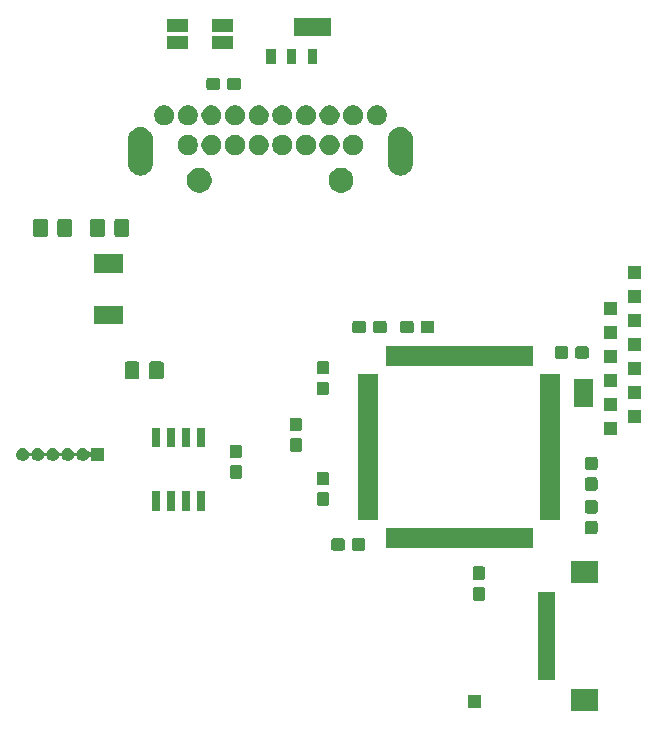
<source format=gts>
G04 #@! TF.GenerationSoftware,KiCad,Pcbnew,(5.0.1)-4*
G04 #@! TF.CreationDate,2019-04-22T09:15:48+02:00*
G04 #@! TF.ProjectId,wiihdmi_wmi,77696968646D695F776D692E6B696361,rev?*
G04 #@! TF.SameCoordinates,Original*
G04 #@! TF.FileFunction,Soldermask,Top*
G04 #@! TF.FilePolarity,Negative*
%FSLAX46Y46*%
G04 Gerber Fmt 4.6, Leading zero omitted, Abs format (unit mm)*
G04 Created by KiCad (PCBNEW (5.0.1)-4) date 22.04.2019 09:15:48*
%MOMM*%
%LPD*%
G01*
G04 APERTURE LIST*
%ADD10C,0.100000*%
G04 APERTURE END LIST*
D10*
G36*
X107398000Y-109872000D02*
X105096000Y-109872000D01*
X105096000Y-107970000D01*
X107398000Y-107970000D01*
X107398000Y-109872000D01*
X107398000Y-109872000D01*
G37*
G36*
X97452000Y-109644000D02*
X96350000Y-109644000D01*
X96350000Y-108542000D01*
X97452000Y-108542000D01*
X97452000Y-109644000D01*
X97452000Y-109644000D01*
G37*
G36*
X103698000Y-107222000D02*
X102296000Y-107222000D01*
X102296000Y-99820000D01*
X103698000Y-99820000D01*
X103698000Y-107222000D01*
X103698000Y-107222000D01*
G37*
G36*
X97646499Y-99377445D02*
X97683993Y-99388819D01*
X97718557Y-99407294D01*
X97748847Y-99432153D01*
X97773706Y-99462443D01*
X97792181Y-99497007D01*
X97803555Y-99534501D01*
X97808000Y-99579638D01*
X97808000Y-100318362D01*
X97803555Y-100363499D01*
X97792181Y-100400993D01*
X97773706Y-100435557D01*
X97748847Y-100465847D01*
X97718557Y-100490706D01*
X97683993Y-100509181D01*
X97646499Y-100520555D01*
X97601362Y-100525000D01*
X96962638Y-100525000D01*
X96917501Y-100520555D01*
X96880007Y-100509181D01*
X96845443Y-100490706D01*
X96815153Y-100465847D01*
X96790294Y-100435557D01*
X96771819Y-100400993D01*
X96760445Y-100363499D01*
X96756000Y-100318362D01*
X96756000Y-99579638D01*
X96760445Y-99534501D01*
X96771819Y-99497007D01*
X96790294Y-99462443D01*
X96815153Y-99432153D01*
X96845443Y-99407294D01*
X96880007Y-99388819D01*
X96917501Y-99377445D01*
X96962638Y-99373000D01*
X97601362Y-99373000D01*
X97646499Y-99377445D01*
X97646499Y-99377445D01*
G37*
G36*
X107398000Y-99072000D02*
X105096000Y-99072000D01*
X105096000Y-97170000D01*
X107398000Y-97170000D01*
X107398000Y-99072000D01*
X107398000Y-99072000D01*
G37*
G36*
X97646499Y-97627445D02*
X97683993Y-97638819D01*
X97718557Y-97657294D01*
X97748847Y-97682153D01*
X97773706Y-97712443D01*
X97792181Y-97747007D01*
X97803555Y-97784501D01*
X97808000Y-97829638D01*
X97808000Y-98568362D01*
X97803555Y-98613499D01*
X97792181Y-98650993D01*
X97773706Y-98685557D01*
X97748847Y-98715847D01*
X97718557Y-98740706D01*
X97683993Y-98759181D01*
X97646499Y-98770555D01*
X97601362Y-98775000D01*
X96962638Y-98775000D01*
X96917501Y-98770555D01*
X96880007Y-98759181D01*
X96845443Y-98740706D01*
X96815153Y-98715847D01*
X96790294Y-98685557D01*
X96771819Y-98650993D01*
X96760445Y-98613499D01*
X96756000Y-98568362D01*
X96756000Y-97829638D01*
X96760445Y-97784501D01*
X96771819Y-97747007D01*
X96790294Y-97712443D01*
X96815153Y-97682153D01*
X96845443Y-97657294D01*
X96880007Y-97638819D01*
X96917501Y-97627445D01*
X96962638Y-97623000D01*
X97601362Y-97623000D01*
X97646499Y-97627445D01*
X97646499Y-97627445D01*
G37*
G36*
X85772499Y-95236445D02*
X85809993Y-95247819D01*
X85844557Y-95266294D01*
X85874847Y-95291153D01*
X85899706Y-95321443D01*
X85918181Y-95356007D01*
X85929555Y-95393501D01*
X85934000Y-95438638D01*
X85934000Y-96077362D01*
X85929555Y-96122499D01*
X85918181Y-96159993D01*
X85899706Y-96194557D01*
X85874847Y-96224847D01*
X85844557Y-96249706D01*
X85809993Y-96268181D01*
X85772499Y-96279555D01*
X85727362Y-96284000D01*
X84988638Y-96284000D01*
X84943501Y-96279555D01*
X84906007Y-96268181D01*
X84871443Y-96249706D01*
X84841153Y-96224847D01*
X84816294Y-96194557D01*
X84797819Y-96159993D01*
X84786445Y-96122499D01*
X84782000Y-96077362D01*
X84782000Y-95438638D01*
X84786445Y-95393501D01*
X84797819Y-95356007D01*
X84816294Y-95321443D01*
X84841153Y-95291153D01*
X84871443Y-95266294D01*
X84906007Y-95247819D01*
X84943501Y-95236445D01*
X84988638Y-95232000D01*
X85727362Y-95232000D01*
X85772499Y-95236445D01*
X85772499Y-95236445D01*
G37*
G36*
X87522499Y-95236445D02*
X87559993Y-95247819D01*
X87594557Y-95266294D01*
X87624847Y-95291153D01*
X87649706Y-95321443D01*
X87668181Y-95356007D01*
X87679555Y-95393501D01*
X87684000Y-95438638D01*
X87684000Y-96077362D01*
X87679555Y-96122499D01*
X87668181Y-96159993D01*
X87649706Y-96194557D01*
X87624847Y-96224847D01*
X87594557Y-96249706D01*
X87559993Y-96268181D01*
X87522499Y-96279555D01*
X87477362Y-96284000D01*
X86738638Y-96284000D01*
X86693501Y-96279555D01*
X86656007Y-96268181D01*
X86621443Y-96249706D01*
X86591153Y-96224847D01*
X86566294Y-96194557D01*
X86547819Y-96159993D01*
X86536445Y-96122499D01*
X86532000Y-96077362D01*
X86532000Y-95438638D01*
X86536445Y-95393501D01*
X86547819Y-95356007D01*
X86566294Y-95321443D01*
X86591153Y-95291153D01*
X86621443Y-95266294D01*
X86656007Y-95247819D01*
X86693501Y-95236445D01*
X86738638Y-95232000D01*
X87477362Y-95232000D01*
X87522499Y-95236445D01*
X87522499Y-95236445D01*
G37*
G36*
X101831340Y-96051570D02*
X89430660Y-96051570D01*
X89430660Y-94351910D01*
X101831340Y-94351910D01*
X101831340Y-96051570D01*
X101831340Y-96051570D01*
G37*
G36*
X107171499Y-93761445D02*
X107208993Y-93772819D01*
X107243557Y-93791294D01*
X107273847Y-93816153D01*
X107298706Y-93846443D01*
X107317181Y-93881007D01*
X107328555Y-93918501D01*
X107333000Y-93963638D01*
X107333000Y-94702362D01*
X107328555Y-94747499D01*
X107317181Y-94784993D01*
X107298706Y-94819557D01*
X107273847Y-94849847D01*
X107243557Y-94874706D01*
X107208993Y-94893181D01*
X107171499Y-94904555D01*
X107126362Y-94909000D01*
X106487638Y-94909000D01*
X106442501Y-94904555D01*
X106405007Y-94893181D01*
X106370443Y-94874706D01*
X106340153Y-94849847D01*
X106315294Y-94819557D01*
X106296819Y-94784993D01*
X106285445Y-94747499D01*
X106281000Y-94702362D01*
X106281000Y-93963638D01*
X106285445Y-93918501D01*
X106296819Y-93881007D01*
X106315294Y-93846443D01*
X106340153Y-93816153D01*
X106370443Y-93791294D01*
X106405007Y-93772819D01*
X106442501Y-93761445D01*
X106487638Y-93757000D01*
X107126362Y-93757000D01*
X107171499Y-93761445D01*
X107171499Y-93761445D01*
G37*
G36*
X104179570Y-93703340D02*
X102479910Y-93703340D01*
X102479910Y-81302660D01*
X104179570Y-81302660D01*
X104179570Y-93703340D01*
X104179570Y-93703340D01*
G37*
G36*
X88782090Y-93703340D02*
X87082430Y-93703340D01*
X87082430Y-81302660D01*
X88782090Y-81302660D01*
X88782090Y-93703340D01*
X88782090Y-93703340D01*
G37*
G36*
X107171499Y-92011445D02*
X107208993Y-92022819D01*
X107243557Y-92041294D01*
X107273847Y-92066153D01*
X107298706Y-92096443D01*
X107317181Y-92131007D01*
X107328555Y-92168501D01*
X107333000Y-92213638D01*
X107333000Y-92952362D01*
X107328555Y-92997499D01*
X107317181Y-93034993D01*
X107298706Y-93069557D01*
X107273847Y-93099847D01*
X107243557Y-93124706D01*
X107208993Y-93143181D01*
X107171499Y-93154555D01*
X107126362Y-93159000D01*
X106487638Y-93159000D01*
X106442501Y-93154555D01*
X106405007Y-93143181D01*
X106370443Y-93124706D01*
X106340153Y-93099847D01*
X106315294Y-93069557D01*
X106296819Y-93034993D01*
X106285445Y-92997499D01*
X106281000Y-92952362D01*
X106281000Y-92213638D01*
X106285445Y-92168501D01*
X106296819Y-92131007D01*
X106315294Y-92096443D01*
X106340153Y-92066153D01*
X106370443Y-92041294D01*
X106405007Y-92022819D01*
X106442501Y-92011445D01*
X106487638Y-92007000D01*
X107126362Y-92007000D01*
X107171499Y-92011445D01*
X107171499Y-92011445D01*
G37*
G36*
X74138000Y-92934000D02*
X73436000Y-92934000D01*
X73436000Y-91282000D01*
X74138000Y-91282000D01*
X74138000Y-92934000D01*
X74138000Y-92934000D01*
G37*
G36*
X71598000Y-92934000D02*
X70896000Y-92934000D01*
X70896000Y-91282000D01*
X71598000Y-91282000D01*
X71598000Y-92934000D01*
X71598000Y-92934000D01*
G37*
G36*
X70328000Y-92934000D02*
X69626000Y-92934000D01*
X69626000Y-91282000D01*
X70328000Y-91282000D01*
X70328000Y-92934000D01*
X70328000Y-92934000D01*
G37*
G36*
X72868000Y-92934000D02*
X72166000Y-92934000D01*
X72166000Y-91282000D01*
X72868000Y-91282000D01*
X72868000Y-92934000D01*
X72868000Y-92934000D01*
G37*
G36*
X84438499Y-91353445D02*
X84475993Y-91364819D01*
X84510557Y-91383294D01*
X84540847Y-91408153D01*
X84565706Y-91438443D01*
X84584181Y-91473007D01*
X84595555Y-91510501D01*
X84600000Y-91555638D01*
X84600000Y-92294362D01*
X84595555Y-92339499D01*
X84584181Y-92376993D01*
X84565706Y-92411557D01*
X84540847Y-92441847D01*
X84510557Y-92466706D01*
X84475993Y-92485181D01*
X84438499Y-92496555D01*
X84393362Y-92501000D01*
X83754638Y-92501000D01*
X83709501Y-92496555D01*
X83672007Y-92485181D01*
X83637443Y-92466706D01*
X83607153Y-92441847D01*
X83582294Y-92411557D01*
X83563819Y-92376993D01*
X83552445Y-92339499D01*
X83548000Y-92294362D01*
X83548000Y-91555638D01*
X83552445Y-91510501D01*
X83563819Y-91473007D01*
X83582294Y-91438443D01*
X83607153Y-91408153D01*
X83637443Y-91383294D01*
X83672007Y-91364819D01*
X83709501Y-91353445D01*
X83754638Y-91349000D01*
X84393362Y-91349000D01*
X84438499Y-91353445D01*
X84438499Y-91353445D01*
G37*
G36*
X107171499Y-90078445D02*
X107208993Y-90089819D01*
X107243557Y-90108294D01*
X107273847Y-90133153D01*
X107298706Y-90163443D01*
X107317181Y-90198007D01*
X107328555Y-90235501D01*
X107333000Y-90280638D01*
X107333000Y-91019362D01*
X107328555Y-91064499D01*
X107317181Y-91101993D01*
X107298706Y-91136557D01*
X107273847Y-91166847D01*
X107243557Y-91191706D01*
X107208993Y-91210181D01*
X107171499Y-91221555D01*
X107126362Y-91226000D01*
X106487638Y-91226000D01*
X106442501Y-91221555D01*
X106405007Y-91210181D01*
X106370443Y-91191706D01*
X106340153Y-91166847D01*
X106315294Y-91136557D01*
X106296819Y-91101993D01*
X106285445Y-91064499D01*
X106281000Y-91019362D01*
X106281000Y-90280638D01*
X106285445Y-90235501D01*
X106296819Y-90198007D01*
X106315294Y-90163443D01*
X106340153Y-90133153D01*
X106370443Y-90108294D01*
X106405007Y-90089819D01*
X106442501Y-90078445D01*
X106487638Y-90074000D01*
X107126362Y-90074000D01*
X107171499Y-90078445D01*
X107171499Y-90078445D01*
G37*
G36*
X84438499Y-89603445D02*
X84475993Y-89614819D01*
X84510557Y-89633294D01*
X84540847Y-89658153D01*
X84565706Y-89688443D01*
X84584181Y-89723007D01*
X84595555Y-89760501D01*
X84600000Y-89805638D01*
X84600000Y-90544362D01*
X84595555Y-90589499D01*
X84584181Y-90626993D01*
X84565706Y-90661557D01*
X84540847Y-90691847D01*
X84510557Y-90716706D01*
X84475993Y-90735181D01*
X84438499Y-90746555D01*
X84393362Y-90751000D01*
X83754638Y-90751000D01*
X83709501Y-90746555D01*
X83672007Y-90735181D01*
X83637443Y-90716706D01*
X83607153Y-90691847D01*
X83582294Y-90661557D01*
X83563819Y-90626993D01*
X83552445Y-90589499D01*
X83548000Y-90544362D01*
X83548000Y-89805638D01*
X83552445Y-89760501D01*
X83563819Y-89723007D01*
X83582294Y-89688443D01*
X83607153Y-89658153D01*
X83637443Y-89633294D01*
X83672007Y-89614819D01*
X83709501Y-89603445D01*
X83754638Y-89599000D01*
X84393362Y-89599000D01*
X84438499Y-89603445D01*
X84438499Y-89603445D01*
G37*
G36*
X77072499Y-89062445D02*
X77109993Y-89073819D01*
X77144557Y-89092294D01*
X77174847Y-89117153D01*
X77199706Y-89147443D01*
X77218181Y-89182007D01*
X77229555Y-89219501D01*
X77234000Y-89264638D01*
X77234000Y-90003362D01*
X77229555Y-90048499D01*
X77218181Y-90085993D01*
X77199706Y-90120557D01*
X77174847Y-90150847D01*
X77144557Y-90175706D01*
X77109993Y-90194181D01*
X77072499Y-90205555D01*
X77027362Y-90210000D01*
X76388638Y-90210000D01*
X76343501Y-90205555D01*
X76306007Y-90194181D01*
X76271443Y-90175706D01*
X76241153Y-90150847D01*
X76216294Y-90120557D01*
X76197819Y-90085993D01*
X76186445Y-90048499D01*
X76182000Y-90003362D01*
X76182000Y-89264638D01*
X76186445Y-89219501D01*
X76197819Y-89182007D01*
X76216294Y-89147443D01*
X76241153Y-89117153D01*
X76271443Y-89092294D01*
X76306007Y-89073819D01*
X76343501Y-89062445D01*
X76388638Y-89058000D01*
X77027362Y-89058000D01*
X77072499Y-89062445D01*
X77072499Y-89062445D01*
G37*
G36*
X107171499Y-88328445D02*
X107208993Y-88339819D01*
X107243557Y-88358294D01*
X107273847Y-88383153D01*
X107298706Y-88413443D01*
X107317181Y-88448007D01*
X107328555Y-88485501D01*
X107333000Y-88530638D01*
X107333000Y-89269362D01*
X107328555Y-89314499D01*
X107317181Y-89351993D01*
X107298706Y-89386557D01*
X107273847Y-89416847D01*
X107243557Y-89441706D01*
X107208993Y-89460181D01*
X107171499Y-89471555D01*
X107126362Y-89476000D01*
X106487638Y-89476000D01*
X106442501Y-89471555D01*
X106405007Y-89460181D01*
X106370443Y-89441706D01*
X106340153Y-89416847D01*
X106315294Y-89386557D01*
X106296819Y-89351993D01*
X106285445Y-89314499D01*
X106281000Y-89269362D01*
X106281000Y-88530638D01*
X106285445Y-88485501D01*
X106296819Y-88448007D01*
X106315294Y-88413443D01*
X106340153Y-88383153D01*
X106370443Y-88358294D01*
X106405007Y-88339819D01*
X106442501Y-88328445D01*
X106487638Y-88324000D01*
X107126362Y-88324000D01*
X107171499Y-88328445D01*
X107171499Y-88328445D01*
G37*
G36*
X58782015Y-87594973D02*
X58885879Y-87626479D01*
X58981600Y-87677644D01*
X59065501Y-87746499D01*
X59134356Y-87830400D01*
X59185521Y-87926121D01*
X59189383Y-87938854D01*
X59198760Y-87961493D01*
X59212374Y-87981867D01*
X59229701Y-87999194D01*
X59250076Y-88012808D01*
X59272715Y-88022186D01*
X59296748Y-88026966D01*
X59321252Y-88026966D01*
X59345286Y-88022185D01*
X59367925Y-88012808D01*
X59388299Y-87999194D01*
X59405626Y-87981867D01*
X59419240Y-87961492D01*
X59428617Y-87938854D01*
X59432479Y-87926121D01*
X59483644Y-87830400D01*
X59552499Y-87746499D01*
X59636400Y-87677644D01*
X59732121Y-87626479D01*
X59835985Y-87594973D01*
X59916933Y-87587000D01*
X59971067Y-87587000D01*
X60052015Y-87594973D01*
X60155879Y-87626479D01*
X60251600Y-87677644D01*
X60335501Y-87746499D01*
X60404356Y-87830400D01*
X60455521Y-87926121D01*
X60459383Y-87938854D01*
X60468760Y-87961493D01*
X60482374Y-87981867D01*
X60499701Y-87999194D01*
X60520076Y-88012808D01*
X60542715Y-88022186D01*
X60566748Y-88026966D01*
X60591252Y-88026966D01*
X60615286Y-88022185D01*
X60637925Y-88012808D01*
X60658299Y-87999194D01*
X60675626Y-87981867D01*
X60689240Y-87961492D01*
X60698617Y-87938854D01*
X60702479Y-87926121D01*
X60753644Y-87830400D01*
X60822499Y-87746499D01*
X60906400Y-87677644D01*
X61002121Y-87626479D01*
X61105985Y-87594973D01*
X61186933Y-87587000D01*
X61241067Y-87587000D01*
X61322015Y-87594973D01*
X61425879Y-87626479D01*
X61521600Y-87677644D01*
X61605501Y-87746499D01*
X61674356Y-87830400D01*
X61725521Y-87926121D01*
X61729383Y-87938854D01*
X61738760Y-87961493D01*
X61752374Y-87981867D01*
X61769701Y-87999194D01*
X61790076Y-88012808D01*
X61812715Y-88022186D01*
X61836748Y-88026966D01*
X61861252Y-88026966D01*
X61885286Y-88022185D01*
X61907925Y-88012808D01*
X61928299Y-87999194D01*
X61945626Y-87981867D01*
X61959240Y-87961492D01*
X61968617Y-87938854D01*
X61972479Y-87926121D01*
X62023644Y-87830400D01*
X62092499Y-87746499D01*
X62176400Y-87677644D01*
X62272121Y-87626479D01*
X62375985Y-87594973D01*
X62456933Y-87587000D01*
X62511067Y-87587000D01*
X62592015Y-87594973D01*
X62695879Y-87626479D01*
X62791600Y-87677644D01*
X62875501Y-87746499D01*
X62944356Y-87830400D01*
X62995521Y-87926121D01*
X62999383Y-87938854D01*
X63008760Y-87961493D01*
X63022374Y-87981867D01*
X63039701Y-87999194D01*
X63060076Y-88012808D01*
X63082715Y-88022186D01*
X63106748Y-88026966D01*
X63131252Y-88026966D01*
X63155286Y-88022185D01*
X63177925Y-88012808D01*
X63198299Y-87999194D01*
X63215626Y-87981867D01*
X63229240Y-87961492D01*
X63238617Y-87938854D01*
X63242479Y-87926121D01*
X63293644Y-87830400D01*
X63362499Y-87746499D01*
X63446400Y-87677644D01*
X63542121Y-87626479D01*
X63645985Y-87594973D01*
X63726933Y-87587000D01*
X63781067Y-87587000D01*
X63862015Y-87594973D01*
X63965879Y-87626479D01*
X64061600Y-87677644D01*
X64145501Y-87746499D01*
X64214356Y-87830400D01*
X64237766Y-87874195D01*
X64251374Y-87894561D01*
X64268701Y-87911889D01*
X64289076Y-87925502D01*
X64311715Y-87934880D01*
X64335748Y-87939660D01*
X64360252Y-87939660D01*
X64384286Y-87934879D01*
X64406925Y-87925502D01*
X64427299Y-87911888D01*
X64444627Y-87894561D01*
X64458240Y-87874186D01*
X64467618Y-87851547D01*
X64473000Y-87815262D01*
X64473000Y-87587000D01*
X65575000Y-87587000D01*
X65575000Y-88689000D01*
X64473000Y-88689000D01*
X64473000Y-88460738D01*
X64470598Y-88436352D01*
X64463485Y-88412903D01*
X64451934Y-88391292D01*
X64436388Y-88372350D01*
X64417446Y-88356804D01*
X64395835Y-88345253D01*
X64372386Y-88338140D01*
X64348000Y-88335738D01*
X64323614Y-88338140D01*
X64300165Y-88345253D01*
X64278554Y-88356804D01*
X64259612Y-88372350D01*
X64237764Y-88401808D01*
X64214356Y-88445600D01*
X64145501Y-88529501D01*
X64061600Y-88598356D01*
X63965879Y-88649521D01*
X63862015Y-88681027D01*
X63781067Y-88689000D01*
X63726933Y-88689000D01*
X63645985Y-88681027D01*
X63542121Y-88649521D01*
X63446400Y-88598356D01*
X63362499Y-88529501D01*
X63293644Y-88445600D01*
X63242479Y-88349879D01*
X63238615Y-88337142D01*
X63229240Y-88314507D01*
X63215626Y-88294133D01*
X63198299Y-88276806D01*
X63177924Y-88263192D01*
X63155285Y-88253814D01*
X63131252Y-88249034D01*
X63106748Y-88249034D01*
X63082714Y-88253815D01*
X63060075Y-88263192D01*
X63039701Y-88276806D01*
X63022374Y-88294133D01*
X63008760Y-88314508D01*
X62999385Y-88337142D01*
X62995521Y-88349879D01*
X62944356Y-88445600D01*
X62875501Y-88529501D01*
X62791600Y-88598356D01*
X62695879Y-88649521D01*
X62592015Y-88681027D01*
X62511067Y-88689000D01*
X62456933Y-88689000D01*
X62375985Y-88681027D01*
X62272121Y-88649521D01*
X62176400Y-88598356D01*
X62092499Y-88529501D01*
X62023644Y-88445600D01*
X61972479Y-88349879D01*
X61968615Y-88337142D01*
X61959240Y-88314507D01*
X61945626Y-88294133D01*
X61928299Y-88276806D01*
X61907924Y-88263192D01*
X61885285Y-88253814D01*
X61861252Y-88249034D01*
X61836748Y-88249034D01*
X61812714Y-88253815D01*
X61790075Y-88263192D01*
X61769701Y-88276806D01*
X61752374Y-88294133D01*
X61738760Y-88314508D01*
X61729385Y-88337142D01*
X61725521Y-88349879D01*
X61674356Y-88445600D01*
X61605501Y-88529501D01*
X61521600Y-88598356D01*
X61425879Y-88649521D01*
X61322015Y-88681027D01*
X61241067Y-88689000D01*
X61186933Y-88689000D01*
X61105985Y-88681027D01*
X61002121Y-88649521D01*
X60906400Y-88598356D01*
X60822499Y-88529501D01*
X60753644Y-88445600D01*
X60702479Y-88349879D01*
X60698615Y-88337142D01*
X60689240Y-88314507D01*
X60675626Y-88294133D01*
X60658299Y-88276806D01*
X60637924Y-88263192D01*
X60615285Y-88253814D01*
X60591252Y-88249034D01*
X60566748Y-88249034D01*
X60542714Y-88253815D01*
X60520075Y-88263192D01*
X60499701Y-88276806D01*
X60482374Y-88294133D01*
X60468760Y-88314508D01*
X60459385Y-88337142D01*
X60455521Y-88349879D01*
X60404356Y-88445600D01*
X60335501Y-88529501D01*
X60251600Y-88598356D01*
X60155879Y-88649521D01*
X60052015Y-88681027D01*
X59971067Y-88689000D01*
X59916933Y-88689000D01*
X59835985Y-88681027D01*
X59732121Y-88649521D01*
X59636400Y-88598356D01*
X59552499Y-88529501D01*
X59483644Y-88445600D01*
X59432479Y-88349879D01*
X59428615Y-88337142D01*
X59419240Y-88314507D01*
X59405626Y-88294133D01*
X59388299Y-88276806D01*
X59367924Y-88263192D01*
X59345285Y-88253814D01*
X59321252Y-88249034D01*
X59296748Y-88249034D01*
X59272714Y-88253815D01*
X59250075Y-88263192D01*
X59229701Y-88276806D01*
X59212374Y-88294133D01*
X59198760Y-88314508D01*
X59189385Y-88337142D01*
X59185521Y-88349879D01*
X59134356Y-88445600D01*
X59065501Y-88529501D01*
X58981600Y-88598356D01*
X58885879Y-88649521D01*
X58782015Y-88681027D01*
X58701067Y-88689000D01*
X58646933Y-88689000D01*
X58565985Y-88681027D01*
X58462121Y-88649521D01*
X58366400Y-88598356D01*
X58282499Y-88529501D01*
X58213644Y-88445600D01*
X58162479Y-88349879D01*
X58130973Y-88246015D01*
X58120334Y-88138000D01*
X58130973Y-88029985D01*
X58162479Y-87926121D01*
X58213644Y-87830400D01*
X58282499Y-87746499D01*
X58366400Y-87677644D01*
X58462121Y-87626479D01*
X58565985Y-87594973D01*
X58646933Y-87587000D01*
X58701067Y-87587000D01*
X58782015Y-87594973D01*
X58782015Y-87594973D01*
G37*
G36*
X77072499Y-87312445D02*
X77109993Y-87323819D01*
X77144557Y-87342294D01*
X77174847Y-87367153D01*
X77199706Y-87397443D01*
X77218181Y-87432007D01*
X77229555Y-87469501D01*
X77234000Y-87514638D01*
X77234000Y-88253362D01*
X77229555Y-88298499D01*
X77218181Y-88335993D01*
X77199706Y-88370557D01*
X77174847Y-88400847D01*
X77144557Y-88425706D01*
X77109993Y-88444181D01*
X77072499Y-88455555D01*
X77027362Y-88460000D01*
X76388638Y-88460000D01*
X76343501Y-88455555D01*
X76306007Y-88444181D01*
X76271443Y-88425706D01*
X76241153Y-88400847D01*
X76216294Y-88370557D01*
X76197819Y-88335993D01*
X76186445Y-88298499D01*
X76182000Y-88253362D01*
X76182000Y-87514638D01*
X76186445Y-87469501D01*
X76197819Y-87432007D01*
X76216294Y-87397443D01*
X76241153Y-87367153D01*
X76271443Y-87342294D01*
X76306007Y-87323819D01*
X76343501Y-87312445D01*
X76388638Y-87308000D01*
X77027362Y-87308000D01*
X77072499Y-87312445D01*
X77072499Y-87312445D01*
G37*
G36*
X82152499Y-86776445D02*
X82189993Y-86787819D01*
X82224557Y-86806294D01*
X82254847Y-86831153D01*
X82279706Y-86861443D01*
X82298181Y-86896007D01*
X82309555Y-86933501D01*
X82314000Y-86978638D01*
X82314000Y-87717362D01*
X82309555Y-87762499D01*
X82298181Y-87799993D01*
X82279706Y-87834557D01*
X82254847Y-87864847D01*
X82224557Y-87889706D01*
X82189993Y-87908181D01*
X82152499Y-87919555D01*
X82107362Y-87924000D01*
X81468638Y-87924000D01*
X81423501Y-87919555D01*
X81386007Y-87908181D01*
X81351443Y-87889706D01*
X81321153Y-87864847D01*
X81296294Y-87834557D01*
X81277819Y-87799993D01*
X81266445Y-87762499D01*
X81262000Y-87717362D01*
X81262000Y-86978638D01*
X81266445Y-86933501D01*
X81277819Y-86896007D01*
X81296294Y-86861443D01*
X81321153Y-86831153D01*
X81351443Y-86806294D01*
X81386007Y-86787819D01*
X81423501Y-86776445D01*
X81468638Y-86772000D01*
X82107362Y-86772000D01*
X82152499Y-86776445D01*
X82152499Y-86776445D01*
G37*
G36*
X71598000Y-87534000D02*
X70896000Y-87534000D01*
X70896000Y-85882000D01*
X71598000Y-85882000D01*
X71598000Y-87534000D01*
X71598000Y-87534000D01*
G37*
G36*
X70328000Y-87534000D02*
X69626000Y-87534000D01*
X69626000Y-85882000D01*
X70328000Y-85882000D01*
X70328000Y-87534000D01*
X70328000Y-87534000D01*
G37*
G36*
X72868000Y-87534000D02*
X72166000Y-87534000D01*
X72166000Y-85882000D01*
X72868000Y-85882000D01*
X72868000Y-87534000D01*
X72868000Y-87534000D01*
G37*
G36*
X74138000Y-87534000D02*
X73436000Y-87534000D01*
X73436000Y-85882000D01*
X74138000Y-85882000D01*
X74138000Y-87534000D01*
X74138000Y-87534000D01*
G37*
G36*
X109009000Y-86530000D02*
X107907000Y-86530000D01*
X107907000Y-85428000D01*
X109009000Y-85428000D01*
X109009000Y-86530000D01*
X109009000Y-86530000D01*
G37*
G36*
X82152499Y-85026445D02*
X82189993Y-85037819D01*
X82224557Y-85056294D01*
X82254847Y-85081153D01*
X82279706Y-85111443D01*
X82298181Y-85146007D01*
X82309555Y-85183501D01*
X82314000Y-85228638D01*
X82314000Y-85967362D01*
X82309555Y-86012499D01*
X82298181Y-86049993D01*
X82279706Y-86084557D01*
X82254847Y-86114847D01*
X82224557Y-86139706D01*
X82189993Y-86158181D01*
X82152499Y-86169555D01*
X82107362Y-86174000D01*
X81468638Y-86174000D01*
X81423501Y-86169555D01*
X81386007Y-86158181D01*
X81351443Y-86139706D01*
X81321153Y-86114847D01*
X81296294Y-86084557D01*
X81277819Y-86049993D01*
X81266445Y-86012499D01*
X81262000Y-85967362D01*
X81262000Y-85228638D01*
X81266445Y-85183501D01*
X81277819Y-85146007D01*
X81296294Y-85111443D01*
X81321153Y-85081153D01*
X81351443Y-85056294D01*
X81386007Y-85037819D01*
X81423501Y-85026445D01*
X81468638Y-85022000D01*
X82107362Y-85022000D01*
X82152499Y-85026445D01*
X82152499Y-85026445D01*
G37*
G36*
X111041000Y-85514000D02*
X109939000Y-85514000D01*
X109939000Y-84412000D01*
X111041000Y-84412000D01*
X111041000Y-85514000D01*
X111041000Y-85514000D01*
G37*
G36*
X109009000Y-84498000D02*
X107907000Y-84498000D01*
X107907000Y-83396000D01*
X109009000Y-83396000D01*
X109009000Y-84498000D01*
X109009000Y-84498000D01*
G37*
G36*
X106973000Y-84147000D02*
X105371000Y-84147000D01*
X105371000Y-81745000D01*
X106973000Y-81745000D01*
X106973000Y-84147000D01*
X106973000Y-84147000D01*
G37*
G36*
X111041000Y-83482000D02*
X109939000Y-83482000D01*
X109939000Y-82380000D01*
X111041000Y-82380000D01*
X111041000Y-83482000D01*
X111041000Y-83482000D01*
G37*
G36*
X84438499Y-81978445D02*
X84475993Y-81989819D01*
X84510557Y-82008294D01*
X84540847Y-82033153D01*
X84565706Y-82063443D01*
X84584181Y-82098007D01*
X84595555Y-82135501D01*
X84600000Y-82180638D01*
X84600000Y-82919362D01*
X84595555Y-82964499D01*
X84584181Y-83001993D01*
X84565706Y-83036557D01*
X84540847Y-83066847D01*
X84510557Y-83091706D01*
X84475993Y-83110181D01*
X84438499Y-83121555D01*
X84393362Y-83126000D01*
X83754638Y-83126000D01*
X83709501Y-83121555D01*
X83672007Y-83110181D01*
X83637443Y-83091706D01*
X83607153Y-83066847D01*
X83582294Y-83036557D01*
X83563819Y-83001993D01*
X83552445Y-82964499D01*
X83548000Y-82919362D01*
X83548000Y-82180638D01*
X83552445Y-82135501D01*
X83563819Y-82098007D01*
X83582294Y-82063443D01*
X83607153Y-82033153D01*
X83637443Y-82008294D01*
X83672007Y-81989819D01*
X83709501Y-81978445D01*
X83754638Y-81974000D01*
X84393362Y-81974000D01*
X84438499Y-81978445D01*
X84438499Y-81978445D01*
G37*
G36*
X109009000Y-82466000D02*
X107907000Y-82466000D01*
X107907000Y-81364000D01*
X109009000Y-81364000D01*
X109009000Y-82466000D01*
X109009000Y-82466000D01*
G37*
G36*
X70440677Y-80279465D02*
X70478364Y-80290898D01*
X70513103Y-80309466D01*
X70543548Y-80334452D01*
X70568534Y-80364897D01*
X70587102Y-80399636D01*
X70598535Y-80437323D01*
X70603000Y-80482661D01*
X70603000Y-81569339D01*
X70598535Y-81614677D01*
X70587102Y-81652364D01*
X70568534Y-81687103D01*
X70543548Y-81717548D01*
X70513103Y-81742534D01*
X70478364Y-81761102D01*
X70440677Y-81772535D01*
X70395339Y-81777000D01*
X69558661Y-81777000D01*
X69513323Y-81772535D01*
X69475636Y-81761102D01*
X69440897Y-81742534D01*
X69410452Y-81717548D01*
X69385466Y-81687103D01*
X69366898Y-81652364D01*
X69355465Y-81614677D01*
X69351000Y-81569339D01*
X69351000Y-80482661D01*
X69355465Y-80437323D01*
X69366898Y-80399636D01*
X69385466Y-80364897D01*
X69410452Y-80334452D01*
X69440897Y-80309466D01*
X69475636Y-80290898D01*
X69513323Y-80279465D01*
X69558661Y-80275000D01*
X70395339Y-80275000D01*
X70440677Y-80279465D01*
X70440677Y-80279465D01*
G37*
G36*
X68390677Y-80279465D02*
X68428364Y-80290898D01*
X68463103Y-80309466D01*
X68493548Y-80334452D01*
X68518534Y-80364897D01*
X68537102Y-80399636D01*
X68548535Y-80437323D01*
X68553000Y-80482661D01*
X68553000Y-81569339D01*
X68548535Y-81614677D01*
X68537102Y-81652364D01*
X68518534Y-81687103D01*
X68493548Y-81717548D01*
X68463103Y-81742534D01*
X68428364Y-81761102D01*
X68390677Y-81772535D01*
X68345339Y-81777000D01*
X67508661Y-81777000D01*
X67463323Y-81772535D01*
X67425636Y-81761102D01*
X67390897Y-81742534D01*
X67360452Y-81717548D01*
X67335466Y-81687103D01*
X67316898Y-81652364D01*
X67305465Y-81614677D01*
X67301000Y-81569339D01*
X67301000Y-80482661D01*
X67305465Y-80437323D01*
X67316898Y-80399636D01*
X67335466Y-80364897D01*
X67360452Y-80334452D01*
X67390897Y-80309466D01*
X67425636Y-80290898D01*
X67463323Y-80279465D01*
X67508661Y-80275000D01*
X68345339Y-80275000D01*
X68390677Y-80279465D01*
X68390677Y-80279465D01*
G37*
G36*
X111041000Y-81450000D02*
X109939000Y-81450000D01*
X109939000Y-80348000D01*
X111041000Y-80348000D01*
X111041000Y-81450000D01*
X111041000Y-81450000D01*
G37*
G36*
X84438499Y-80228445D02*
X84475993Y-80239819D01*
X84510557Y-80258294D01*
X84540847Y-80283153D01*
X84565706Y-80313443D01*
X84584181Y-80348007D01*
X84595555Y-80385501D01*
X84600000Y-80430638D01*
X84600000Y-81169362D01*
X84595555Y-81214499D01*
X84584181Y-81251993D01*
X84565706Y-81286557D01*
X84540847Y-81316847D01*
X84510557Y-81341706D01*
X84475993Y-81360181D01*
X84438499Y-81371555D01*
X84393362Y-81376000D01*
X83754638Y-81376000D01*
X83709501Y-81371555D01*
X83672007Y-81360181D01*
X83637443Y-81341706D01*
X83607153Y-81316847D01*
X83582294Y-81286557D01*
X83563819Y-81251993D01*
X83552445Y-81214499D01*
X83548000Y-81169362D01*
X83548000Y-80430638D01*
X83552445Y-80385501D01*
X83563819Y-80348007D01*
X83582294Y-80313443D01*
X83607153Y-80283153D01*
X83637443Y-80258294D01*
X83672007Y-80239819D01*
X83709501Y-80228445D01*
X83754638Y-80224000D01*
X84393362Y-80224000D01*
X84438499Y-80228445D01*
X84438499Y-80228445D01*
G37*
G36*
X101831340Y-80654090D02*
X89430660Y-80654090D01*
X89430660Y-78954430D01*
X101831340Y-78954430D01*
X101831340Y-80654090D01*
X101831340Y-80654090D01*
G37*
G36*
X109009000Y-80434000D02*
X107907000Y-80434000D01*
X107907000Y-79332000D01*
X109009000Y-79332000D01*
X109009000Y-80434000D01*
X109009000Y-80434000D01*
G37*
G36*
X106436499Y-78980445D02*
X106473993Y-78991819D01*
X106508557Y-79010294D01*
X106538847Y-79035153D01*
X106563706Y-79065443D01*
X106582181Y-79100007D01*
X106593555Y-79137501D01*
X106598000Y-79182638D01*
X106598000Y-79821362D01*
X106593555Y-79866499D01*
X106582181Y-79903993D01*
X106563706Y-79938557D01*
X106538847Y-79968847D01*
X106508557Y-79993706D01*
X106473993Y-80012181D01*
X106436499Y-80023555D01*
X106391362Y-80028000D01*
X105652638Y-80028000D01*
X105607501Y-80023555D01*
X105570007Y-80012181D01*
X105535443Y-79993706D01*
X105505153Y-79968847D01*
X105480294Y-79938557D01*
X105461819Y-79903993D01*
X105450445Y-79866499D01*
X105446000Y-79821362D01*
X105446000Y-79182638D01*
X105450445Y-79137501D01*
X105461819Y-79100007D01*
X105480294Y-79065443D01*
X105505153Y-79035153D01*
X105535443Y-79010294D01*
X105570007Y-78991819D01*
X105607501Y-78980445D01*
X105652638Y-78976000D01*
X106391362Y-78976000D01*
X106436499Y-78980445D01*
X106436499Y-78980445D01*
G37*
G36*
X104686499Y-78980445D02*
X104723993Y-78991819D01*
X104758557Y-79010294D01*
X104788847Y-79035153D01*
X104813706Y-79065443D01*
X104832181Y-79100007D01*
X104843555Y-79137501D01*
X104848000Y-79182638D01*
X104848000Y-79821362D01*
X104843555Y-79866499D01*
X104832181Y-79903993D01*
X104813706Y-79938557D01*
X104788847Y-79968847D01*
X104758557Y-79993706D01*
X104723993Y-80012181D01*
X104686499Y-80023555D01*
X104641362Y-80028000D01*
X103902638Y-80028000D01*
X103857501Y-80023555D01*
X103820007Y-80012181D01*
X103785443Y-79993706D01*
X103755153Y-79968847D01*
X103730294Y-79938557D01*
X103711819Y-79903993D01*
X103700445Y-79866499D01*
X103696000Y-79821362D01*
X103696000Y-79182638D01*
X103700445Y-79137501D01*
X103711819Y-79100007D01*
X103730294Y-79065443D01*
X103755153Y-79035153D01*
X103785443Y-79010294D01*
X103820007Y-78991819D01*
X103857501Y-78980445D01*
X103902638Y-78976000D01*
X104641362Y-78976000D01*
X104686499Y-78980445D01*
X104686499Y-78980445D01*
G37*
G36*
X111041000Y-79418000D02*
X109939000Y-79418000D01*
X109939000Y-78316000D01*
X111041000Y-78316000D01*
X111041000Y-79418000D01*
X111041000Y-79418000D01*
G37*
G36*
X109009000Y-78402000D02*
X107907000Y-78402000D01*
X107907000Y-77300000D01*
X109009000Y-77300000D01*
X109009000Y-78402000D01*
X109009000Y-78402000D01*
G37*
G36*
X89314499Y-76821445D02*
X89351993Y-76832819D01*
X89386557Y-76851294D01*
X89416847Y-76876153D01*
X89441706Y-76906443D01*
X89460181Y-76941007D01*
X89471555Y-76978501D01*
X89476000Y-77023638D01*
X89476000Y-77662362D01*
X89471555Y-77707499D01*
X89460181Y-77744993D01*
X89441706Y-77779557D01*
X89416847Y-77809847D01*
X89386557Y-77834706D01*
X89351993Y-77853181D01*
X89314499Y-77864555D01*
X89269362Y-77869000D01*
X88530638Y-77869000D01*
X88485501Y-77864555D01*
X88448007Y-77853181D01*
X88413443Y-77834706D01*
X88383153Y-77809847D01*
X88358294Y-77779557D01*
X88339819Y-77744993D01*
X88328445Y-77707499D01*
X88324000Y-77662362D01*
X88324000Y-77023638D01*
X88328445Y-76978501D01*
X88339819Y-76941007D01*
X88358294Y-76906443D01*
X88383153Y-76876153D01*
X88413443Y-76851294D01*
X88448007Y-76832819D01*
X88485501Y-76821445D01*
X88530638Y-76817000D01*
X89269362Y-76817000D01*
X89314499Y-76821445D01*
X89314499Y-76821445D01*
G37*
G36*
X87564499Y-76821445D02*
X87601993Y-76832819D01*
X87636557Y-76851294D01*
X87666847Y-76876153D01*
X87691706Y-76906443D01*
X87710181Y-76941007D01*
X87721555Y-76978501D01*
X87726000Y-77023638D01*
X87726000Y-77662362D01*
X87721555Y-77707499D01*
X87710181Y-77744993D01*
X87691706Y-77779557D01*
X87666847Y-77809847D01*
X87636557Y-77834706D01*
X87601993Y-77853181D01*
X87564499Y-77864555D01*
X87519362Y-77869000D01*
X86780638Y-77869000D01*
X86735501Y-77864555D01*
X86698007Y-77853181D01*
X86663443Y-77834706D01*
X86633153Y-77809847D01*
X86608294Y-77779557D01*
X86589819Y-77744993D01*
X86578445Y-77707499D01*
X86574000Y-77662362D01*
X86574000Y-77023638D01*
X86578445Y-76978501D01*
X86589819Y-76941007D01*
X86608294Y-76906443D01*
X86633153Y-76876153D01*
X86663443Y-76851294D01*
X86698007Y-76832819D01*
X86735501Y-76821445D01*
X86780638Y-76817000D01*
X87519362Y-76817000D01*
X87564499Y-76821445D01*
X87564499Y-76821445D01*
G37*
G36*
X91600499Y-76821445D02*
X91637993Y-76832819D01*
X91672557Y-76851294D01*
X91702847Y-76876153D01*
X91727706Y-76906443D01*
X91746181Y-76941007D01*
X91757555Y-76978501D01*
X91762000Y-77023638D01*
X91762000Y-77662362D01*
X91757555Y-77707499D01*
X91746181Y-77744993D01*
X91727706Y-77779557D01*
X91702847Y-77809847D01*
X91672557Y-77834706D01*
X91637993Y-77853181D01*
X91600499Y-77864555D01*
X91555362Y-77869000D01*
X90816638Y-77869000D01*
X90771501Y-77864555D01*
X90734007Y-77853181D01*
X90699443Y-77834706D01*
X90669153Y-77809847D01*
X90644294Y-77779557D01*
X90625819Y-77744993D01*
X90614445Y-77707499D01*
X90610000Y-77662362D01*
X90610000Y-77023638D01*
X90614445Y-76978501D01*
X90625819Y-76941007D01*
X90644294Y-76906443D01*
X90669153Y-76876153D01*
X90699443Y-76851294D01*
X90734007Y-76832819D01*
X90771501Y-76821445D01*
X90816638Y-76817000D01*
X91555362Y-76817000D01*
X91600499Y-76821445D01*
X91600499Y-76821445D01*
G37*
G36*
X93350499Y-76821445D02*
X93387993Y-76832819D01*
X93422557Y-76851294D01*
X93452847Y-76876153D01*
X93477706Y-76906443D01*
X93496181Y-76941007D01*
X93507555Y-76978501D01*
X93512000Y-77023638D01*
X93512000Y-77662362D01*
X93507555Y-77707499D01*
X93496181Y-77744993D01*
X93477706Y-77779557D01*
X93452847Y-77809847D01*
X93422557Y-77834706D01*
X93387993Y-77853181D01*
X93350499Y-77864555D01*
X93305362Y-77869000D01*
X92566638Y-77869000D01*
X92521501Y-77864555D01*
X92484007Y-77853181D01*
X92449443Y-77834706D01*
X92419153Y-77809847D01*
X92394294Y-77779557D01*
X92375819Y-77744993D01*
X92364445Y-77707499D01*
X92360000Y-77662362D01*
X92360000Y-77023638D01*
X92364445Y-76978501D01*
X92375819Y-76941007D01*
X92394294Y-76906443D01*
X92419153Y-76876153D01*
X92449443Y-76851294D01*
X92484007Y-76832819D01*
X92521501Y-76821445D01*
X92566638Y-76817000D01*
X93305362Y-76817000D01*
X93350499Y-76821445D01*
X93350499Y-76821445D01*
G37*
G36*
X111041000Y-77386000D02*
X109939000Y-77386000D01*
X109939000Y-76284000D01*
X111041000Y-76284000D01*
X111041000Y-77386000D01*
X111041000Y-77386000D01*
G37*
G36*
X67164000Y-77144000D02*
X64662000Y-77144000D01*
X64662000Y-75592000D01*
X67164000Y-75592000D01*
X67164000Y-77144000D01*
X67164000Y-77144000D01*
G37*
G36*
X109009000Y-76370000D02*
X107907000Y-76370000D01*
X107907000Y-75268000D01*
X109009000Y-75268000D01*
X109009000Y-76370000D01*
X109009000Y-76370000D01*
G37*
G36*
X111041000Y-75354000D02*
X109939000Y-75354000D01*
X109939000Y-74252000D01*
X111041000Y-74252000D01*
X111041000Y-75354000D01*
X111041000Y-75354000D01*
G37*
G36*
X111041000Y-73322000D02*
X109939000Y-73322000D01*
X109939000Y-72220000D01*
X111041000Y-72220000D01*
X111041000Y-73322000D01*
X111041000Y-73322000D01*
G37*
G36*
X67164000Y-72744000D02*
X64662000Y-72744000D01*
X64662000Y-71192000D01*
X67164000Y-71192000D01*
X67164000Y-72744000D01*
X67164000Y-72744000D01*
G37*
G36*
X67519677Y-68214465D02*
X67557364Y-68225898D01*
X67592103Y-68244466D01*
X67622548Y-68269452D01*
X67647534Y-68299897D01*
X67666102Y-68334636D01*
X67677535Y-68372323D01*
X67682000Y-68417661D01*
X67682000Y-69504339D01*
X67677535Y-69549677D01*
X67666102Y-69587364D01*
X67647534Y-69622103D01*
X67622548Y-69652548D01*
X67592103Y-69677534D01*
X67557364Y-69696102D01*
X67519677Y-69707535D01*
X67474339Y-69712000D01*
X66637661Y-69712000D01*
X66592323Y-69707535D01*
X66554636Y-69696102D01*
X66519897Y-69677534D01*
X66489452Y-69652548D01*
X66464466Y-69622103D01*
X66445898Y-69587364D01*
X66434465Y-69549677D01*
X66430000Y-69504339D01*
X66430000Y-68417661D01*
X66434465Y-68372323D01*
X66445898Y-68334636D01*
X66464466Y-68299897D01*
X66489452Y-68269452D01*
X66519897Y-68244466D01*
X66554636Y-68225898D01*
X66592323Y-68214465D01*
X66637661Y-68210000D01*
X67474339Y-68210000D01*
X67519677Y-68214465D01*
X67519677Y-68214465D01*
G37*
G36*
X65469677Y-68214465D02*
X65507364Y-68225898D01*
X65542103Y-68244466D01*
X65572548Y-68269452D01*
X65597534Y-68299897D01*
X65616102Y-68334636D01*
X65627535Y-68372323D01*
X65632000Y-68417661D01*
X65632000Y-69504339D01*
X65627535Y-69549677D01*
X65616102Y-69587364D01*
X65597534Y-69622103D01*
X65572548Y-69652548D01*
X65542103Y-69677534D01*
X65507364Y-69696102D01*
X65469677Y-69707535D01*
X65424339Y-69712000D01*
X64587661Y-69712000D01*
X64542323Y-69707535D01*
X64504636Y-69696102D01*
X64469897Y-69677534D01*
X64439452Y-69652548D01*
X64414466Y-69622103D01*
X64395898Y-69587364D01*
X64384465Y-69549677D01*
X64380000Y-69504339D01*
X64380000Y-68417661D01*
X64384465Y-68372323D01*
X64395898Y-68334636D01*
X64414466Y-68299897D01*
X64439452Y-68269452D01*
X64469897Y-68244466D01*
X64504636Y-68225898D01*
X64542323Y-68214465D01*
X64587661Y-68210000D01*
X65424339Y-68210000D01*
X65469677Y-68214465D01*
X65469677Y-68214465D01*
G37*
G36*
X60643677Y-68214465D02*
X60681364Y-68225898D01*
X60716103Y-68244466D01*
X60746548Y-68269452D01*
X60771534Y-68299897D01*
X60790102Y-68334636D01*
X60801535Y-68372323D01*
X60806000Y-68417661D01*
X60806000Y-69504339D01*
X60801535Y-69549677D01*
X60790102Y-69587364D01*
X60771534Y-69622103D01*
X60746548Y-69652548D01*
X60716103Y-69677534D01*
X60681364Y-69696102D01*
X60643677Y-69707535D01*
X60598339Y-69712000D01*
X59761661Y-69712000D01*
X59716323Y-69707535D01*
X59678636Y-69696102D01*
X59643897Y-69677534D01*
X59613452Y-69652548D01*
X59588466Y-69622103D01*
X59569898Y-69587364D01*
X59558465Y-69549677D01*
X59554000Y-69504339D01*
X59554000Y-68417661D01*
X59558465Y-68372323D01*
X59569898Y-68334636D01*
X59588466Y-68299897D01*
X59613452Y-68269452D01*
X59643897Y-68244466D01*
X59678636Y-68225898D01*
X59716323Y-68214465D01*
X59761661Y-68210000D01*
X60598339Y-68210000D01*
X60643677Y-68214465D01*
X60643677Y-68214465D01*
G37*
G36*
X62693677Y-68214465D02*
X62731364Y-68225898D01*
X62766103Y-68244466D01*
X62796548Y-68269452D01*
X62821534Y-68299897D01*
X62840102Y-68334636D01*
X62851535Y-68372323D01*
X62856000Y-68417661D01*
X62856000Y-69504339D01*
X62851535Y-69549677D01*
X62840102Y-69587364D01*
X62821534Y-69622103D01*
X62796548Y-69652548D01*
X62766103Y-69677534D01*
X62731364Y-69696102D01*
X62693677Y-69707535D01*
X62648339Y-69712000D01*
X61811661Y-69712000D01*
X61766323Y-69707535D01*
X61728636Y-69696102D01*
X61693897Y-69677534D01*
X61663452Y-69652548D01*
X61638466Y-69622103D01*
X61619898Y-69587364D01*
X61608465Y-69549677D01*
X61604000Y-69504339D01*
X61604000Y-68417661D01*
X61608465Y-68372323D01*
X61619898Y-68334636D01*
X61638466Y-68299897D01*
X61663452Y-68269452D01*
X61693897Y-68244466D01*
X61728636Y-68225898D01*
X61766323Y-68214465D01*
X61811661Y-68210000D01*
X62648339Y-68210000D01*
X62693677Y-68214465D01*
X62693677Y-68214465D01*
G37*
G36*
X85926565Y-63925389D02*
X86117834Y-64004615D01*
X86289976Y-64119637D01*
X86436363Y-64266024D01*
X86551385Y-64438166D01*
X86630611Y-64629435D01*
X86671000Y-64832484D01*
X86671000Y-65039516D01*
X86630611Y-65242565D01*
X86551385Y-65433834D01*
X86436363Y-65605976D01*
X86289976Y-65752363D01*
X86117834Y-65867385D01*
X85926565Y-65946611D01*
X85723516Y-65987000D01*
X85516484Y-65987000D01*
X85313435Y-65946611D01*
X85122166Y-65867385D01*
X84950024Y-65752363D01*
X84803637Y-65605976D01*
X84688615Y-65433834D01*
X84609389Y-65242565D01*
X84569000Y-65039516D01*
X84569000Y-64832484D01*
X84609389Y-64629435D01*
X84688615Y-64438166D01*
X84803637Y-64266024D01*
X84950024Y-64119637D01*
X85122166Y-64004615D01*
X85313435Y-63925389D01*
X85516484Y-63885000D01*
X85723516Y-63885000D01*
X85926565Y-63925389D01*
X85926565Y-63925389D01*
G37*
G36*
X73926565Y-63925389D02*
X74117834Y-64004615D01*
X74289976Y-64119637D01*
X74436363Y-64266024D01*
X74551385Y-64438166D01*
X74630611Y-64629435D01*
X74671000Y-64832484D01*
X74671000Y-65039516D01*
X74630611Y-65242565D01*
X74551385Y-65433834D01*
X74436363Y-65605976D01*
X74289976Y-65752363D01*
X74117834Y-65867385D01*
X73926565Y-65946611D01*
X73723516Y-65987000D01*
X73516484Y-65987000D01*
X73313435Y-65946611D01*
X73122166Y-65867385D01*
X72950024Y-65752363D01*
X72803637Y-65605976D01*
X72688615Y-65433834D01*
X72609389Y-65242565D01*
X72569000Y-65039516D01*
X72569000Y-64832484D01*
X72609389Y-64629435D01*
X72688615Y-64438166D01*
X72803637Y-64266024D01*
X72950024Y-64119637D01*
X73122166Y-64004615D01*
X73313435Y-63925389D01*
X73516484Y-63885000D01*
X73723516Y-63885000D01*
X73926565Y-63925389D01*
X73926565Y-63925389D01*
G37*
G36*
X90850031Y-60438207D02*
X91048145Y-60498305D01*
X91230729Y-60595897D01*
X91390765Y-60727235D01*
X91390766Y-60727237D01*
X91390768Y-60727238D01*
X91469568Y-60823257D01*
X91522103Y-60887271D01*
X91619695Y-61069854D01*
X91679793Y-61267968D01*
X91695000Y-61422370D01*
X91695000Y-63525630D01*
X91679793Y-63680032D01*
X91619695Y-63878146D01*
X91619694Y-63878148D01*
X91612959Y-63890749D01*
X91522103Y-64060729D01*
X91390765Y-64220765D01*
X91230729Y-64352103D01*
X91048146Y-64449695D01*
X90850032Y-64509793D01*
X90644000Y-64530085D01*
X90437969Y-64509793D01*
X90239855Y-64449695D01*
X90057272Y-64352103D01*
X89897236Y-64220765D01*
X89765898Y-64060729D01*
X89675042Y-63890749D01*
X89668307Y-63878148D01*
X89668306Y-63878146D01*
X89608208Y-63680032D01*
X89593001Y-63525630D01*
X89593000Y-61422371D01*
X89608207Y-61267969D01*
X89668305Y-61069855D01*
X89765897Y-60887271D01*
X89897235Y-60727235D01*
X89897237Y-60727234D01*
X89897238Y-60727232D01*
X90057269Y-60595899D01*
X90057271Y-60595897D01*
X90239854Y-60498305D01*
X90437968Y-60438207D01*
X90644000Y-60417915D01*
X90850031Y-60438207D01*
X90850031Y-60438207D01*
G37*
G36*
X68850031Y-60438207D02*
X69048145Y-60498305D01*
X69230729Y-60595897D01*
X69390765Y-60727235D01*
X69390766Y-60727237D01*
X69390768Y-60727238D01*
X69469568Y-60823257D01*
X69522103Y-60887271D01*
X69619695Y-61069854D01*
X69679793Y-61267968D01*
X69695000Y-61422370D01*
X69695000Y-63525630D01*
X69679793Y-63680032D01*
X69619695Y-63878146D01*
X69619694Y-63878148D01*
X69612959Y-63890749D01*
X69522103Y-64060729D01*
X69390765Y-64220765D01*
X69230729Y-64352103D01*
X69048146Y-64449695D01*
X68850032Y-64509793D01*
X68644000Y-64530085D01*
X68437969Y-64509793D01*
X68239855Y-64449695D01*
X68057272Y-64352103D01*
X67897236Y-64220765D01*
X67765898Y-64060729D01*
X67675042Y-63890749D01*
X67668307Y-63878148D01*
X67668306Y-63878146D01*
X67608208Y-63680032D01*
X67593001Y-63525630D01*
X67593000Y-61422371D01*
X67608207Y-61267969D01*
X67668305Y-61069855D01*
X67765897Y-60887271D01*
X67897235Y-60727235D01*
X67897237Y-60727234D01*
X67897238Y-60727232D01*
X68057269Y-60595899D01*
X68057271Y-60595897D01*
X68239854Y-60498305D01*
X68437968Y-60438207D01*
X68644000Y-60417915D01*
X68850031Y-60438207D01*
X68850031Y-60438207D01*
G37*
G36*
X82892228Y-61117703D02*
X83047100Y-61181853D01*
X83186481Y-61274985D01*
X83305015Y-61393519D01*
X83398147Y-61532900D01*
X83462297Y-61687772D01*
X83495000Y-61852184D01*
X83495000Y-62019816D01*
X83462297Y-62184228D01*
X83398147Y-62339100D01*
X83305015Y-62478481D01*
X83186481Y-62597015D01*
X83047100Y-62690147D01*
X82892228Y-62754297D01*
X82727816Y-62787000D01*
X82560184Y-62787000D01*
X82395772Y-62754297D01*
X82240900Y-62690147D01*
X82101519Y-62597015D01*
X81982985Y-62478481D01*
X81889853Y-62339100D01*
X81825703Y-62184228D01*
X81793000Y-62019816D01*
X81793000Y-61852184D01*
X81825703Y-61687772D01*
X81889853Y-61532900D01*
X81982985Y-61393519D01*
X82101519Y-61274985D01*
X82240900Y-61181853D01*
X82395772Y-61117703D01*
X82560184Y-61085000D01*
X82727816Y-61085000D01*
X82892228Y-61117703D01*
X82892228Y-61117703D01*
G37*
G36*
X74892228Y-61117703D02*
X75047100Y-61181853D01*
X75186481Y-61274985D01*
X75305015Y-61393519D01*
X75398147Y-61532900D01*
X75462297Y-61687772D01*
X75495000Y-61852184D01*
X75495000Y-62019816D01*
X75462297Y-62184228D01*
X75398147Y-62339100D01*
X75305015Y-62478481D01*
X75186481Y-62597015D01*
X75047100Y-62690147D01*
X74892228Y-62754297D01*
X74727816Y-62787000D01*
X74560184Y-62787000D01*
X74395772Y-62754297D01*
X74240900Y-62690147D01*
X74101519Y-62597015D01*
X73982985Y-62478481D01*
X73889853Y-62339100D01*
X73825703Y-62184228D01*
X73793000Y-62019816D01*
X73793000Y-61852184D01*
X73825703Y-61687772D01*
X73889853Y-61532900D01*
X73982985Y-61393519D01*
X74101519Y-61274985D01*
X74240900Y-61181853D01*
X74395772Y-61117703D01*
X74560184Y-61085000D01*
X74727816Y-61085000D01*
X74892228Y-61117703D01*
X74892228Y-61117703D01*
G37*
G36*
X84892228Y-61117703D02*
X85047100Y-61181853D01*
X85186481Y-61274985D01*
X85305015Y-61393519D01*
X85398147Y-61532900D01*
X85462297Y-61687772D01*
X85495000Y-61852184D01*
X85495000Y-62019816D01*
X85462297Y-62184228D01*
X85398147Y-62339100D01*
X85305015Y-62478481D01*
X85186481Y-62597015D01*
X85047100Y-62690147D01*
X84892228Y-62754297D01*
X84727816Y-62787000D01*
X84560184Y-62787000D01*
X84395772Y-62754297D01*
X84240900Y-62690147D01*
X84101519Y-62597015D01*
X83982985Y-62478481D01*
X83889853Y-62339100D01*
X83825703Y-62184228D01*
X83793000Y-62019816D01*
X83793000Y-61852184D01*
X83825703Y-61687772D01*
X83889853Y-61532900D01*
X83982985Y-61393519D01*
X84101519Y-61274985D01*
X84240900Y-61181853D01*
X84395772Y-61117703D01*
X84560184Y-61085000D01*
X84727816Y-61085000D01*
X84892228Y-61117703D01*
X84892228Y-61117703D01*
G37*
G36*
X86892228Y-61117703D02*
X87047100Y-61181853D01*
X87186481Y-61274985D01*
X87305015Y-61393519D01*
X87398147Y-61532900D01*
X87462297Y-61687772D01*
X87495000Y-61852184D01*
X87495000Y-62019816D01*
X87462297Y-62184228D01*
X87398147Y-62339100D01*
X87305015Y-62478481D01*
X87186481Y-62597015D01*
X87047100Y-62690147D01*
X86892228Y-62754297D01*
X86727816Y-62787000D01*
X86560184Y-62787000D01*
X86395772Y-62754297D01*
X86240900Y-62690147D01*
X86101519Y-62597015D01*
X85982985Y-62478481D01*
X85889853Y-62339100D01*
X85825703Y-62184228D01*
X85793000Y-62019816D01*
X85793000Y-61852184D01*
X85825703Y-61687772D01*
X85889853Y-61532900D01*
X85982985Y-61393519D01*
X86101519Y-61274985D01*
X86240900Y-61181853D01*
X86395772Y-61117703D01*
X86560184Y-61085000D01*
X86727816Y-61085000D01*
X86892228Y-61117703D01*
X86892228Y-61117703D01*
G37*
G36*
X76892228Y-61117703D02*
X77047100Y-61181853D01*
X77186481Y-61274985D01*
X77305015Y-61393519D01*
X77398147Y-61532900D01*
X77462297Y-61687772D01*
X77495000Y-61852184D01*
X77495000Y-62019816D01*
X77462297Y-62184228D01*
X77398147Y-62339100D01*
X77305015Y-62478481D01*
X77186481Y-62597015D01*
X77047100Y-62690147D01*
X76892228Y-62754297D01*
X76727816Y-62787000D01*
X76560184Y-62787000D01*
X76395772Y-62754297D01*
X76240900Y-62690147D01*
X76101519Y-62597015D01*
X75982985Y-62478481D01*
X75889853Y-62339100D01*
X75825703Y-62184228D01*
X75793000Y-62019816D01*
X75793000Y-61852184D01*
X75825703Y-61687772D01*
X75889853Y-61532900D01*
X75982985Y-61393519D01*
X76101519Y-61274985D01*
X76240900Y-61181853D01*
X76395772Y-61117703D01*
X76560184Y-61085000D01*
X76727816Y-61085000D01*
X76892228Y-61117703D01*
X76892228Y-61117703D01*
G37*
G36*
X72892228Y-61117703D02*
X73047100Y-61181853D01*
X73186481Y-61274985D01*
X73305015Y-61393519D01*
X73398147Y-61532900D01*
X73462297Y-61687772D01*
X73495000Y-61852184D01*
X73495000Y-62019816D01*
X73462297Y-62184228D01*
X73398147Y-62339100D01*
X73305015Y-62478481D01*
X73186481Y-62597015D01*
X73047100Y-62690147D01*
X72892228Y-62754297D01*
X72727816Y-62787000D01*
X72560184Y-62787000D01*
X72395772Y-62754297D01*
X72240900Y-62690147D01*
X72101519Y-62597015D01*
X71982985Y-62478481D01*
X71889853Y-62339100D01*
X71825703Y-62184228D01*
X71793000Y-62019816D01*
X71793000Y-61852184D01*
X71825703Y-61687772D01*
X71889853Y-61532900D01*
X71982985Y-61393519D01*
X72101519Y-61274985D01*
X72240900Y-61181853D01*
X72395772Y-61117703D01*
X72560184Y-61085000D01*
X72727816Y-61085000D01*
X72892228Y-61117703D01*
X72892228Y-61117703D01*
G37*
G36*
X78892228Y-61117703D02*
X79047100Y-61181853D01*
X79186481Y-61274985D01*
X79305015Y-61393519D01*
X79398147Y-61532900D01*
X79462297Y-61687772D01*
X79495000Y-61852184D01*
X79495000Y-62019816D01*
X79462297Y-62184228D01*
X79398147Y-62339100D01*
X79305015Y-62478481D01*
X79186481Y-62597015D01*
X79047100Y-62690147D01*
X78892228Y-62754297D01*
X78727816Y-62787000D01*
X78560184Y-62787000D01*
X78395772Y-62754297D01*
X78240900Y-62690147D01*
X78101519Y-62597015D01*
X77982985Y-62478481D01*
X77889853Y-62339100D01*
X77825703Y-62184228D01*
X77793000Y-62019816D01*
X77793000Y-61852184D01*
X77825703Y-61687772D01*
X77889853Y-61532900D01*
X77982985Y-61393519D01*
X78101519Y-61274985D01*
X78240900Y-61181853D01*
X78395772Y-61117703D01*
X78560184Y-61085000D01*
X78727816Y-61085000D01*
X78892228Y-61117703D01*
X78892228Y-61117703D01*
G37*
G36*
X80892228Y-61117703D02*
X81047100Y-61181853D01*
X81186481Y-61274985D01*
X81305015Y-61393519D01*
X81398147Y-61532900D01*
X81462297Y-61687772D01*
X81495000Y-61852184D01*
X81495000Y-62019816D01*
X81462297Y-62184228D01*
X81398147Y-62339100D01*
X81305015Y-62478481D01*
X81186481Y-62597015D01*
X81047100Y-62690147D01*
X80892228Y-62754297D01*
X80727816Y-62787000D01*
X80560184Y-62787000D01*
X80395772Y-62754297D01*
X80240900Y-62690147D01*
X80101519Y-62597015D01*
X79982985Y-62478481D01*
X79889853Y-62339100D01*
X79825703Y-62184228D01*
X79793000Y-62019816D01*
X79793000Y-61852184D01*
X79825703Y-61687772D01*
X79889853Y-61532900D01*
X79982985Y-61393519D01*
X80101519Y-61274985D01*
X80240900Y-61181853D01*
X80395772Y-61117703D01*
X80560184Y-61085000D01*
X80727816Y-61085000D01*
X80892228Y-61117703D01*
X80892228Y-61117703D01*
G37*
G36*
X74892228Y-58617703D02*
X75047100Y-58681853D01*
X75186481Y-58774985D01*
X75305015Y-58893519D01*
X75398147Y-59032900D01*
X75462297Y-59187772D01*
X75495000Y-59352184D01*
X75495000Y-59519816D01*
X75462297Y-59684228D01*
X75398147Y-59839100D01*
X75305015Y-59978481D01*
X75186481Y-60097015D01*
X75047100Y-60190147D01*
X74892228Y-60254297D01*
X74727816Y-60287000D01*
X74560184Y-60287000D01*
X74395772Y-60254297D01*
X74240900Y-60190147D01*
X74101519Y-60097015D01*
X73982985Y-59978481D01*
X73889853Y-59839100D01*
X73825703Y-59684228D01*
X73793000Y-59519816D01*
X73793000Y-59352184D01*
X73825703Y-59187772D01*
X73889853Y-59032900D01*
X73982985Y-58893519D01*
X74101519Y-58774985D01*
X74240900Y-58681853D01*
X74395772Y-58617703D01*
X74560184Y-58585000D01*
X74727816Y-58585000D01*
X74892228Y-58617703D01*
X74892228Y-58617703D01*
G37*
G36*
X80892228Y-58617703D02*
X81047100Y-58681853D01*
X81186481Y-58774985D01*
X81305015Y-58893519D01*
X81398147Y-59032900D01*
X81462297Y-59187772D01*
X81495000Y-59352184D01*
X81495000Y-59519816D01*
X81462297Y-59684228D01*
X81398147Y-59839100D01*
X81305015Y-59978481D01*
X81186481Y-60097015D01*
X81047100Y-60190147D01*
X80892228Y-60254297D01*
X80727816Y-60287000D01*
X80560184Y-60287000D01*
X80395772Y-60254297D01*
X80240900Y-60190147D01*
X80101519Y-60097015D01*
X79982985Y-59978481D01*
X79889853Y-59839100D01*
X79825703Y-59684228D01*
X79793000Y-59519816D01*
X79793000Y-59352184D01*
X79825703Y-59187772D01*
X79889853Y-59032900D01*
X79982985Y-58893519D01*
X80101519Y-58774985D01*
X80240900Y-58681853D01*
X80395772Y-58617703D01*
X80560184Y-58585000D01*
X80727816Y-58585000D01*
X80892228Y-58617703D01*
X80892228Y-58617703D01*
G37*
G36*
X72892228Y-58617703D02*
X73047100Y-58681853D01*
X73186481Y-58774985D01*
X73305015Y-58893519D01*
X73398147Y-59032900D01*
X73462297Y-59187772D01*
X73495000Y-59352184D01*
X73495000Y-59519816D01*
X73462297Y-59684228D01*
X73398147Y-59839100D01*
X73305015Y-59978481D01*
X73186481Y-60097015D01*
X73047100Y-60190147D01*
X72892228Y-60254297D01*
X72727816Y-60287000D01*
X72560184Y-60287000D01*
X72395772Y-60254297D01*
X72240900Y-60190147D01*
X72101519Y-60097015D01*
X71982985Y-59978481D01*
X71889853Y-59839100D01*
X71825703Y-59684228D01*
X71793000Y-59519816D01*
X71793000Y-59352184D01*
X71825703Y-59187772D01*
X71889853Y-59032900D01*
X71982985Y-58893519D01*
X72101519Y-58774985D01*
X72240900Y-58681853D01*
X72395772Y-58617703D01*
X72560184Y-58585000D01*
X72727816Y-58585000D01*
X72892228Y-58617703D01*
X72892228Y-58617703D01*
G37*
G36*
X70892228Y-58617703D02*
X71047100Y-58681853D01*
X71186481Y-58774985D01*
X71305015Y-58893519D01*
X71398147Y-59032900D01*
X71462297Y-59187772D01*
X71495000Y-59352184D01*
X71495000Y-59519816D01*
X71462297Y-59684228D01*
X71398147Y-59839100D01*
X71305015Y-59978481D01*
X71186481Y-60097015D01*
X71047100Y-60190147D01*
X70892228Y-60254297D01*
X70727816Y-60287000D01*
X70560184Y-60287000D01*
X70395772Y-60254297D01*
X70240900Y-60190147D01*
X70101519Y-60097015D01*
X69982985Y-59978481D01*
X69889853Y-59839100D01*
X69825703Y-59684228D01*
X69793000Y-59519816D01*
X69793000Y-59352184D01*
X69825703Y-59187772D01*
X69889853Y-59032900D01*
X69982985Y-58893519D01*
X70101519Y-58774985D01*
X70240900Y-58681853D01*
X70395772Y-58617703D01*
X70560184Y-58585000D01*
X70727816Y-58585000D01*
X70892228Y-58617703D01*
X70892228Y-58617703D01*
G37*
G36*
X88892228Y-58617703D02*
X89047100Y-58681853D01*
X89186481Y-58774985D01*
X89305015Y-58893519D01*
X89398147Y-59032900D01*
X89462297Y-59187772D01*
X89495000Y-59352184D01*
X89495000Y-59519816D01*
X89462297Y-59684228D01*
X89398147Y-59839100D01*
X89305015Y-59978481D01*
X89186481Y-60097015D01*
X89047100Y-60190147D01*
X88892228Y-60254297D01*
X88727816Y-60287000D01*
X88560184Y-60287000D01*
X88395772Y-60254297D01*
X88240900Y-60190147D01*
X88101519Y-60097015D01*
X87982985Y-59978481D01*
X87889853Y-59839100D01*
X87825703Y-59684228D01*
X87793000Y-59519816D01*
X87793000Y-59352184D01*
X87825703Y-59187772D01*
X87889853Y-59032900D01*
X87982985Y-58893519D01*
X88101519Y-58774985D01*
X88240900Y-58681853D01*
X88395772Y-58617703D01*
X88560184Y-58585000D01*
X88727816Y-58585000D01*
X88892228Y-58617703D01*
X88892228Y-58617703D01*
G37*
G36*
X82892228Y-58617703D02*
X83047100Y-58681853D01*
X83186481Y-58774985D01*
X83305015Y-58893519D01*
X83398147Y-59032900D01*
X83462297Y-59187772D01*
X83495000Y-59352184D01*
X83495000Y-59519816D01*
X83462297Y-59684228D01*
X83398147Y-59839100D01*
X83305015Y-59978481D01*
X83186481Y-60097015D01*
X83047100Y-60190147D01*
X82892228Y-60254297D01*
X82727816Y-60287000D01*
X82560184Y-60287000D01*
X82395772Y-60254297D01*
X82240900Y-60190147D01*
X82101519Y-60097015D01*
X81982985Y-59978481D01*
X81889853Y-59839100D01*
X81825703Y-59684228D01*
X81793000Y-59519816D01*
X81793000Y-59352184D01*
X81825703Y-59187772D01*
X81889853Y-59032900D01*
X81982985Y-58893519D01*
X82101519Y-58774985D01*
X82240900Y-58681853D01*
X82395772Y-58617703D01*
X82560184Y-58585000D01*
X82727816Y-58585000D01*
X82892228Y-58617703D01*
X82892228Y-58617703D01*
G37*
G36*
X84892228Y-58617703D02*
X85047100Y-58681853D01*
X85186481Y-58774985D01*
X85305015Y-58893519D01*
X85398147Y-59032900D01*
X85462297Y-59187772D01*
X85495000Y-59352184D01*
X85495000Y-59519816D01*
X85462297Y-59684228D01*
X85398147Y-59839100D01*
X85305015Y-59978481D01*
X85186481Y-60097015D01*
X85047100Y-60190147D01*
X84892228Y-60254297D01*
X84727816Y-60287000D01*
X84560184Y-60287000D01*
X84395772Y-60254297D01*
X84240900Y-60190147D01*
X84101519Y-60097015D01*
X83982985Y-59978481D01*
X83889853Y-59839100D01*
X83825703Y-59684228D01*
X83793000Y-59519816D01*
X83793000Y-59352184D01*
X83825703Y-59187772D01*
X83889853Y-59032900D01*
X83982985Y-58893519D01*
X84101519Y-58774985D01*
X84240900Y-58681853D01*
X84395772Y-58617703D01*
X84560184Y-58585000D01*
X84727816Y-58585000D01*
X84892228Y-58617703D01*
X84892228Y-58617703D01*
G37*
G36*
X86892228Y-58617703D02*
X87047100Y-58681853D01*
X87186481Y-58774985D01*
X87305015Y-58893519D01*
X87398147Y-59032900D01*
X87462297Y-59187772D01*
X87495000Y-59352184D01*
X87495000Y-59519816D01*
X87462297Y-59684228D01*
X87398147Y-59839100D01*
X87305015Y-59978481D01*
X87186481Y-60097015D01*
X87047100Y-60190147D01*
X86892228Y-60254297D01*
X86727816Y-60287000D01*
X86560184Y-60287000D01*
X86395772Y-60254297D01*
X86240900Y-60190147D01*
X86101519Y-60097015D01*
X85982985Y-59978481D01*
X85889853Y-59839100D01*
X85825703Y-59684228D01*
X85793000Y-59519816D01*
X85793000Y-59352184D01*
X85825703Y-59187772D01*
X85889853Y-59032900D01*
X85982985Y-58893519D01*
X86101519Y-58774985D01*
X86240900Y-58681853D01*
X86395772Y-58617703D01*
X86560184Y-58585000D01*
X86727816Y-58585000D01*
X86892228Y-58617703D01*
X86892228Y-58617703D01*
G37*
G36*
X78892228Y-58617703D02*
X79047100Y-58681853D01*
X79186481Y-58774985D01*
X79305015Y-58893519D01*
X79398147Y-59032900D01*
X79462297Y-59187772D01*
X79495000Y-59352184D01*
X79495000Y-59519816D01*
X79462297Y-59684228D01*
X79398147Y-59839100D01*
X79305015Y-59978481D01*
X79186481Y-60097015D01*
X79047100Y-60190147D01*
X78892228Y-60254297D01*
X78727816Y-60287000D01*
X78560184Y-60287000D01*
X78395772Y-60254297D01*
X78240900Y-60190147D01*
X78101519Y-60097015D01*
X77982985Y-59978481D01*
X77889853Y-59839100D01*
X77825703Y-59684228D01*
X77793000Y-59519816D01*
X77793000Y-59352184D01*
X77825703Y-59187772D01*
X77889853Y-59032900D01*
X77982985Y-58893519D01*
X78101519Y-58774985D01*
X78240900Y-58681853D01*
X78395772Y-58617703D01*
X78560184Y-58585000D01*
X78727816Y-58585000D01*
X78892228Y-58617703D01*
X78892228Y-58617703D01*
G37*
G36*
X76892228Y-58617703D02*
X77047100Y-58681853D01*
X77186481Y-58774985D01*
X77305015Y-58893519D01*
X77398147Y-59032900D01*
X77462297Y-59187772D01*
X77495000Y-59352184D01*
X77495000Y-59519816D01*
X77462297Y-59684228D01*
X77398147Y-59839100D01*
X77305015Y-59978481D01*
X77186481Y-60097015D01*
X77047100Y-60190147D01*
X76892228Y-60254297D01*
X76727816Y-60287000D01*
X76560184Y-60287000D01*
X76395772Y-60254297D01*
X76240900Y-60190147D01*
X76101519Y-60097015D01*
X75982985Y-59978481D01*
X75889853Y-59839100D01*
X75825703Y-59684228D01*
X75793000Y-59519816D01*
X75793000Y-59352184D01*
X75825703Y-59187772D01*
X75889853Y-59032900D01*
X75982985Y-58893519D01*
X76101519Y-58774985D01*
X76240900Y-58681853D01*
X76395772Y-58617703D01*
X76560184Y-58585000D01*
X76727816Y-58585000D01*
X76892228Y-58617703D01*
X76892228Y-58617703D01*
G37*
G36*
X75217499Y-56247445D02*
X75254993Y-56258819D01*
X75289557Y-56277294D01*
X75319847Y-56302153D01*
X75344706Y-56332443D01*
X75363181Y-56367007D01*
X75374555Y-56404501D01*
X75379000Y-56449638D01*
X75379000Y-57088362D01*
X75374555Y-57133499D01*
X75363181Y-57170993D01*
X75344706Y-57205557D01*
X75319847Y-57235847D01*
X75289557Y-57260706D01*
X75254993Y-57279181D01*
X75217499Y-57290555D01*
X75172362Y-57295000D01*
X74433638Y-57295000D01*
X74388501Y-57290555D01*
X74351007Y-57279181D01*
X74316443Y-57260706D01*
X74286153Y-57235847D01*
X74261294Y-57205557D01*
X74242819Y-57170993D01*
X74231445Y-57133499D01*
X74227000Y-57088362D01*
X74227000Y-56449638D01*
X74231445Y-56404501D01*
X74242819Y-56367007D01*
X74261294Y-56332443D01*
X74286153Y-56302153D01*
X74316443Y-56277294D01*
X74351007Y-56258819D01*
X74388501Y-56247445D01*
X74433638Y-56243000D01*
X75172362Y-56243000D01*
X75217499Y-56247445D01*
X75217499Y-56247445D01*
G37*
G36*
X76967499Y-56247445D02*
X77004993Y-56258819D01*
X77039557Y-56277294D01*
X77069847Y-56302153D01*
X77094706Y-56332443D01*
X77113181Y-56367007D01*
X77124555Y-56404501D01*
X77129000Y-56449638D01*
X77129000Y-57088362D01*
X77124555Y-57133499D01*
X77113181Y-57170993D01*
X77094706Y-57205557D01*
X77069847Y-57235847D01*
X77039557Y-57260706D01*
X77004993Y-57279181D01*
X76967499Y-57290555D01*
X76922362Y-57295000D01*
X76183638Y-57295000D01*
X76138501Y-57290555D01*
X76101007Y-57279181D01*
X76066443Y-57260706D01*
X76036153Y-57235847D01*
X76011294Y-57205557D01*
X75992819Y-57170993D01*
X75981445Y-57133499D01*
X75977000Y-57088362D01*
X75977000Y-56449638D01*
X75981445Y-56404501D01*
X75992819Y-56367007D01*
X76011294Y-56332443D01*
X76036153Y-56302153D01*
X76066443Y-56277294D01*
X76101007Y-56258819D01*
X76138501Y-56247445D01*
X76183638Y-56243000D01*
X76922362Y-56243000D01*
X76967499Y-56247445D01*
X76967499Y-56247445D01*
G37*
G36*
X83586000Y-55094000D02*
X82784000Y-55094000D01*
X82784000Y-53792000D01*
X83586000Y-53792000D01*
X83586000Y-55094000D01*
X83586000Y-55094000D01*
G37*
G36*
X81836000Y-55094000D02*
X81034000Y-55094000D01*
X81034000Y-53792000D01*
X81836000Y-53792000D01*
X81836000Y-55094000D01*
X81836000Y-55094000D01*
G37*
G36*
X80086000Y-55094000D02*
X79284000Y-55094000D01*
X79284000Y-53792000D01*
X80086000Y-53792000D01*
X80086000Y-55094000D01*
X80086000Y-55094000D01*
G37*
G36*
X76481000Y-53842000D02*
X74729000Y-53842000D01*
X74729000Y-52690000D01*
X76481000Y-52690000D01*
X76481000Y-53842000D01*
X76481000Y-53842000D01*
G37*
G36*
X72631000Y-53842000D02*
X70879000Y-53842000D01*
X70879000Y-52690000D01*
X72631000Y-52690000D01*
X72631000Y-53842000D01*
X72631000Y-53842000D01*
G37*
G36*
X84736000Y-52694000D02*
X81634000Y-52694000D01*
X81634000Y-51192000D01*
X84736000Y-51192000D01*
X84736000Y-52694000D01*
X84736000Y-52694000D01*
G37*
G36*
X76481000Y-52392000D02*
X74729000Y-52392000D01*
X74729000Y-51240000D01*
X76481000Y-51240000D01*
X76481000Y-52392000D01*
X76481000Y-52392000D01*
G37*
G36*
X72631000Y-52392000D02*
X70879000Y-52392000D01*
X70879000Y-51240000D01*
X72631000Y-51240000D01*
X72631000Y-52392000D01*
X72631000Y-52392000D01*
G37*
M02*

</source>
